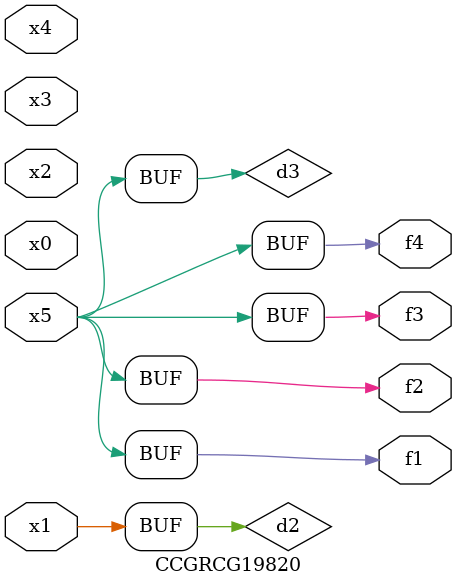
<source format=v>
module CCGRCG19820(
	input x0, x1, x2, x3, x4, x5,
	output f1, f2, f3, f4
);

	wire d1, d2, d3;

	not (d1, x5);
	or (d2, x1);
	xnor (d3, d1);
	assign f1 = d3;
	assign f2 = d3;
	assign f3 = d3;
	assign f4 = d3;
endmodule

</source>
